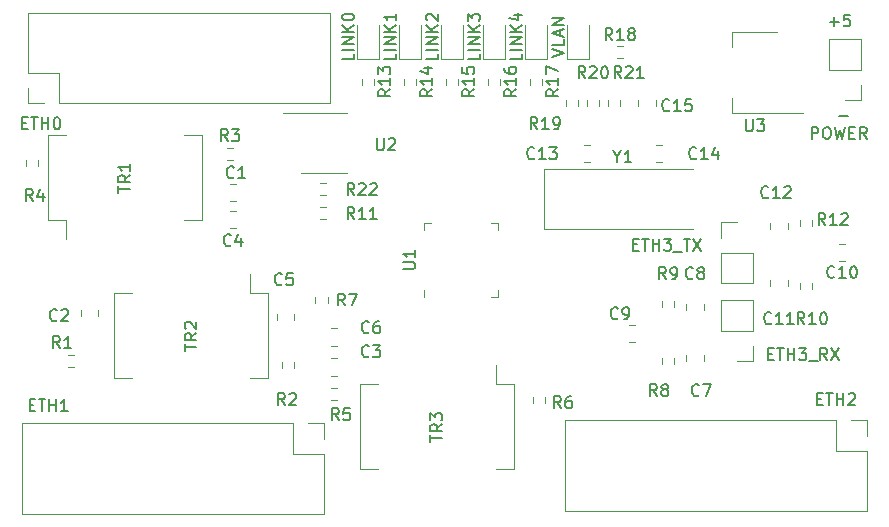
<source format=gbr>
G04 #@! TF.GenerationSoftware,KiCad,Pcbnew,5.1.5+dfsg1-2build2*
G04 #@! TF.CreationDate,2020-11-09T15:48:52+03:00*
G04 #@! TF.ProjectId,ip175,69703137-352e-46b6-9963-61645f706362,rev?*
G04 #@! TF.SameCoordinates,Original*
G04 #@! TF.FileFunction,Legend,Top*
G04 #@! TF.FilePolarity,Positive*
%FSLAX46Y46*%
G04 Gerber Fmt 4.6, Leading zero omitted, Abs format (unit mm)*
G04 Created by KiCad (PCBNEW 5.1.5+dfsg1-2build2) date 2020-11-09 15:48:52*
%MOMM*%
%LPD*%
G04 APERTURE LIST*
%ADD10C,0.150000*%
%ADD11C,0.120000*%
G04 APERTURE END LIST*
D10*
X199104357Y-67063928D02*
X199866261Y-67063928D01*
X199485309Y-67444880D02*
X199485309Y-66682976D01*
X200818642Y-66444880D02*
X200342452Y-66444880D01*
X200294833Y-66921071D01*
X200342452Y-66873452D01*
X200437690Y-66825833D01*
X200675785Y-66825833D01*
X200771023Y-66873452D01*
X200818642Y-66921071D01*
X200866261Y-67016309D01*
X200866261Y-67254404D01*
X200818642Y-67349642D01*
X200771023Y-67397261D01*
X200675785Y-67444880D01*
X200437690Y-67444880D01*
X200342452Y-67397261D01*
X200294833Y-67349642D01*
X199898047Y-75001428D02*
X200659952Y-75001428D01*
D11*
X156778000Y-73974000D02*
X156778000Y-66294000D01*
X133858000Y-73974000D02*
X156778000Y-73974000D01*
X131318000Y-66294000D02*
X156778000Y-66294000D01*
X133858000Y-73974000D02*
X133858000Y-71374000D01*
X133858000Y-71374000D02*
X131258000Y-71374000D01*
X131258000Y-71374000D02*
X131258000Y-66294000D01*
X132588000Y-73974000D02*
X131258000Y-73974000D01*
X131258000Y-73974000D02*
X131258000Y-72644000D01*
X134421000Y-85464000D02*
X134421000Y-83864000D01*
X134421000Y-83864000D02*
X132896000Y-83864000D01*
X132896000Y-83864000D02*
X132896000Y-76664000D01*
X132896000Y-76664000D02*
X134421000Y-76664000D01*
X144471000Y-83864000D02*
X145996000Y-83864000D01*
X145996000Y-83864000D02*
X145996000Y-76664000D01*
X145996000Y-76664000D02*
X144471000Y-76664000D01*
X176724000Y-100778000D02*
X176724000Y-108458000D01*
X199644000Y-100778000D02*
X176724000Y-100778000D01*
X202184000Y-108458000D02*
X176724000Y-108458000D01*
X199644000Y-100778000D02*
X199644000Y-103378000D01*
X199644000Y-103378000D02*
X202244000Y-103378000D01*
X202244000Y-103378000D02*
X202244000Y-108458000D01*
X200914000Y-100778000D02*
X202244000Y-100778000D01*
X202244000Y-100778000D02*
X202244000Y-102108000D01*
X130750000Y-101032000D02*
X130750000Y-108712000D01*
X153670000Y-101032000D02*
X130750000Y-101032000D01*
X156210000Y-108712000D02*
X130750000Y-108712000D01*
X153670000Y-101032000D02*
X153670000Y-103632000D01*
X153670000Y-103632000D02*
X156270000Y-103632000D01*
X156270000Y-103632000D02*
X156270000Y-108712000D01*
X154940000Y-101032000D02*
X156270000Y-101032000D01*
X156270000Y-101032000D02*
X156270000Y-102362000D01*
X187510000Y-79492000D02*
X174910000Y-79492000D01*
X174910000Y-79492000D02*
X174910000Y-84592000D01*
X174910000Y-84592000D02*
X187510000Y-84592000D01*
X190876000Y-67964000D02*
X190876000Y-69224000D01*
X190876000Y-74784000D02*
X190876000Y-73524000D01*
X194636000Y-67964000D02*
X190876000Y-67964000D01*
X196886000Y-74784000D02*
X190876000Y-74784000D01*
X156303000Y-79871000D02*
X158253000Y-79871000D01*
X156303000Y-79871000D02*
X154353000Y-79871000D01*
X156303000Y-74751000D02*
X158253000Y-74751000D01*
X156303000Y-74751000D02*
X152853000Y-74751000D01*
X164785000Y-84654100D02*
X164785000Y-84104100D01*
X164785000Y-84104100D02*
X165335000Y-84104100D01*
X171005000Y-89774100D02*
X171005000Y-90324100D01*
X171005000Y-90324100D02*
X170455000Y-90324100D01*
X171005000Y-84654100D02*
X171005000Y-84104100D01*
X171005000Y-84104100D02*
X170455000Y-84104100D01*
X164785000Y-89774100D02*
X164785000Y-90324100D01*
X170887000Y-96146000D02*
X170887000Y-97746000D01*
X170887000Y-97746000D02*
X172412000Y-97746000D01*
X172412000Y-97746000D02*
X172412000Y-104946000D01*
X172412000Y-104946000D02*
X170887000Y-104946000D01*
X160837000Y-97746000D02*
X159312000Y-97746000D01*
X159312000Y-97746000D02*
X159312000Y-104946000D01*
X159312000Y-104946000D02*
X160837000Y-104946000D01*
X150078100Y-88436300D02*
X150078100Y-90036300D01*
X150078100Y-90036300D02*
X151603100Y-90036300D01*
X151603100Y-90036300D02*
X151603100Y-97236300D01*
X151603100Y-97236300D02*
X150078100Y-97236300D01*
X140028100Y-90036300D02*
X138503100Y-90036300D01*
X138503100Y-90036300D02*
X138503100Y-97236300D01*
X138503100Y-97236300D02*
X140028100Y-97236300D01*
X155987576Y-80709900D02*
X156497024Y-80709900D01*
X155987576Y-81754900D02*
X156497024Y-81754900D01*
X181370500Y-73659276D02*
X181370500Y-74168724D01*
X180325500Y-73659276D02*
X180325500Y-74168724D01*
X179592500Y-73659276D02*
X179592500Y-74168724D01*
X178547500Y-73659276D02*
X178547500Y-74168724D01*
X177814500Y-73659276D02*
X177814500Y-74168724D01*
X176769500Y-73659276D02*
X176769500Y-74168724D01*
X181101276Y-69073500D02*
X181610724Y-69073500D01*
X181101276Y-70118500D02*
X181610724Y-70118500D01*
X174766500Y-71881276D02*
X174766500Y-72390724D01*
X173721500Y-71881276D02*
X173721500Y-72390724D01*
X171210500Y-71881276D02*
X171210500Y-72390724D01*
X170165500Y-71881276D02*
X170165500Y-72390724D01*
X167654500Y-71881276D02*
X167654500Y-72390724D01*
X166609500Y-71881276D02*
X166609500Y-72390724D01*
X164098500Y-71881276D02*
X164098500Y-72390724D01*
X163053500Y-71881276D02*
X163053500Y-72390724D01*
X160542500Y-71881276D02*
X160542500Y-72390724D01*
X159497500Y-71881276D02*
X159497500Y-72390724D01*
X196581500Y-84328724D02*
X196581500Y-83819276D01*
X197626500Y-84328724D02*
X197626500Y-83819276D01*
X155987576Y-82741900D02*
X156497024Y-82741900D01*
X155987576Y-83786900D02*
X156497024Y-83786900D01*
X197626500Y-89153276D02*
X197626500Y-89662724D01*
X196581500Y-89153276D02*
X196581500Y-89662724D01*
X184897500Y-91186724D02*
X184897500Y-90677276D01*
X185942500Y-91186724D02*
X185942500Y-90677276D01*
X185942500Y-95503276D02*
X185942500Y-96012724D01*
X184897500Y-95503276D02*
X184897500Y-96012724D01*
X155583700Y-90880924D02*
X155583700Y-90371476D01*
X156628700Y-90880924D02*
X156628700Y-90371476D01*
X175020500Y-98805276D02*
X175020500Y-99314724D01*
X173975500Y-98805276D02*
X173975500Y-99314724D01*
X156869476Y-99087800D02*
X157378924Y-99087800D01*
X156869476Y-98042800D02*
X157378924Y-98042800D01*
X131049500Y-79248724D02*
X131049500Y-78739276D01*
X132094500Y-79248724D02*
X132094500Y-78739276D01*
X148590724Y-78754500D02*
X148081276Y-78754500D01*
X148590724Y-77709500D02*
X148081276Y-77709500D01*
X153801300Y-95897076D02*
X153801300Y-96406524D01*
X152756300Y-95897076D02*
X152756300Y-96406524D01*
X134653876Y-95260300D02*
X135163324Y-95260300D01*
X134653876Y-96305300D02*
X135163324Y-96305300D01*
X201736000Y-68520000D02*
X199076000Y-68520000D01*
X201736000Y-71120000D02*
X201736000Y-68520000D01*
X199076000Y-71120000D02*
X199076000Y-68520000D01*
X201736000Y-71120000D02*
X199076000Y-71120000D01*
X201736000Y-72390000D02*
X201736000Y-73720000D01*
X201736000Y-73720000D02*
X200406000Y-73720000D01*
X189932000Y-89214000D02*
X192592000Y-89214000D01*
X189932000Y-86614000D02*
X189932000Y-89214000D01*
X192592000Y-86614000D02*
X192592000Y-89214000D01*
X189932000Y-86614000D02*
X192592000Y-86614000D01*
X189932000Y-85344000D02*
X189932000Y-84014000D01*
X189932000Y-84014000D02*
X191262000Y-84014000D01*
X192592000Y-90618000D02*
X189932000Y-90618000D01*
X192592000Y-93218000D02*
X192592000Y-90618000D01*
X189932000Y-93218000D02*
X189932000Y-90618000D01*
X192592000Y-93218000D02*
X189932000Y-93218000D01*
X192592000Y-94488000D02*
X192592000Y-95818000D01*
X192592000Y-95818000D02*
X191262000Y-95818000D01*
X176840000Y-67326000D02*
X176840000Y-70186000D01*
X176840000Y-70186000D02*
X178760000Y-70186000D01*
X178760000Y-70186000D02*
X178760000Y-67326000D01*
X173284000Y-67326000D02*
X173284000Y-70186000D01*
X173284000Y-70186000D02*
X175204000Y-70186000D01*
X175204000Y-70186000D02*
X175204000Y-67326000D01*
X169728000Y-67326000D02*
X169728000Y-70186000D01*
X169728000Y-70186000D02*
X171648000Y-70186000D01*
X171648000Y-70186000D02*
X171648000Y-67326000D01*
X168092000Y-70186000D02*
X168092000Y-67326000D01*
X166172000Y-70186000D02*
X168092000Y-70186000D01*
X166172000Y-67326000D02*
X166172000Y-70186000D01*
X164536000Y-70186000D02*
X164536000Y-67326000D01*
X162616000Y-70186000D02*
X164536000Y-70186000D01*
X162616000Y-67326000D02*
X162616000Y-70186000D01*
X160980000Y-70186000D02*
X160980000Y-67326000D01*
X159060000Y-70186000D02*
X160980000Y-70186000D01*
X159060000Y-67326000D02*
X159060000Y-70186000D01*
X182907000Y-74175252D02*
X182907000Y-73652748D01*
X184377000Y-74175252D02*
X184377000Y-73652748D01*
X184919252Y-77497000D02*
X184396748Y-77497000D01*
X184919252Y-78967000D02*
X184396748Y-78967000D01*
X178300748Y-77497000D02*
X178823252Y-77497000D01*
X178300748Y-78967000D02*
X178823252Y-78967000D01*
X195553000Y-84066748D02*
X195553000Y-84589252D01*
X194083000Y-84066748D02*
X194083000Y-84589252D01*
X194083000Y-89415252D02*
X194083000Y-88892748D01*
X195553000Y-89415252D02*
X195553000Y-88892748D01*
X200413252Y-87349000D02*
X199890748Y-87349000D01*
X200413252Y-85879000D02*
X199890748Y-85879000D01*
X182110748Y-92737000D02*
X182633252Y-92737000D01*
X182110748Y-94207000D02*
X182633252Y-94207000D01*
X188441000Y-90924748D02*
X188441000Y-91447252D01*
X186971000Y-90924748D02*
X186971000Y-91447252D01*
X188441000Y-95242748D02*
X188441000Y-95765252D01*
X186971000Y-95242748D02*
X186971000Y-95765252D01*
X157385452Y-94474300D02*
X156862948Y-94474300D01*
X157385452Y-93004300D02*
X156862948Y-93004300D01*
X152289800Y-92349052D02*
X152289800Y-91826548D01*
X153759800Y-92349052D02*
X153759800Y-91826548D01*
X148328748Y-83085000D02*
X148851252Y-83085000D01*
X148328748Y-84555000D02*
X148851252Y-84555000D01*
X157385452Y-97014300D02*
X156862948Y-97014300D01*
X157385452Y-95544300D02*
X156862948Y-95544300D01*
X135697600Y-91980052D02*
X135697600Y-91457548D01*
X137167600Y-91980052D02*
X137167600Y-91457548D01*
X148328748Y-80799000D02*
X148851252Y-80799000D01*
X148328748Y-82269000D02*
X148851252Y-82269000D01*
D10*
X130738761Y-75620571D02*
X131072095Y-75620571D01*
X131214952Y-76144380D02*
X130738761Y-76144380D01*
X130738761Y-75144380D01*
X131214952Y-75144380D01*
X131500666Y-75144380D02*
X132072095Y-75144380D01*
X131786380Y-76144380D02*
X131786380Y-75144380D01*
X132405428Y-76144380D02*
X132405428Y-75144380D01*
X132405428Y-75620571D02*
X132976857Y-75620571D01*
X132976857Y-76144380D02*
X132976857Y-75144380D01*
X133643523Y-75144380D02*
X133738761Y-75144380D01*
X133834000Y-75192000D01*
X133881619Y-75239619D01*
X133929238Y-75334857D01*
X133976857Y-75525333D01*
X133976857Y-75763428D01*
X133929238Y-75953904D01*
X133881619Y-76049142D01*
X133834000Y-76096761D01*
X133738761Y-76144380D01*
X133643523Y-76144380D01*
X133548285Y-76096761D01*
X133500666Y-76049142D01*
X133453047Y-75953904D01*
X133405428Y-75763428D01*
X133405428Y-75525333D01*
X133453047Y-75334857D01*
X133500666Y-75239619D01*
X133548285Y-75192000D01*
X133643523Y-75144380D01*
X138898380Y-81525904D02*
X138898380Y-80954476D01*
X139898380Y-81240190D02*
X138898380Y-81240190D01*
X139898380Y-80049714D02*
X139422190Y-80383047D01*
X139898380Y-80621142D02*
X138898380Y-80621142D01*
X138898380Y-80240190D01*
X138946000Y-80144952D01*
X138993619Y-80097333D01*
X139088857Y-80049714D01*
X139231714Y-80049714D01*
X139326952Y-80097333D01*
X139374571Y-80144952D01*
X139422190Y-80240190D01*
X139422190Y-80621142D01*
X139898380Y-79097333D02*
X139898380Y-79668761D01*
X139898380Y-79383047D02*
X138898380Y-79383047D01*
X139041238Y-79478285D01*
X139136476Y-79573523D01*
X139184095Y-79668761D01*
X198048761Y-98988571D02*
X198382095Y-98988571D01*
X198524952Y-99512380D02*
X198048761Y-99512380D01*
X198048761Y-98512380D01*
X198524952Y-98512380D01*
X198810666Y-98512380D02*
X199382095Y-98512380D01*
X199096380Y-99512380D02*
X199096380Y-98512380D01*
X199715428Y-99512380D02*
X199715428Y-98512380D01*
X199715428Y-98988571D02*
X200286857Y-98988571D01*
X200286857Y-99512380D02*
X200286857Y-98512380D01*
X200715428Y-98607619D02*
X200763047Y-98560000D01*
X200858285Y-98512380D01*
X201096380Y-98512380D01*
X201191619Y-98560000D01*
X201239238Y-98607619D01*
X201286857Y-98702857D01*
X201286857Y-98798095D01*
X201239238Y-98940952D01*
X200667809Y-99512380D01*
X201286857Y-99512380D01*
X131373761Y-99496571D02*
X131707095Y-99496571D01*
X131849952Y-100020380D02*
X131373761Y-100020380D01*
X131373761Y-99020380D01*
X131849952Y-99020380D01*
X132135666Y-99020380D02*
X132707095Y-99020380D01*
X132421380Y-100020380D02*
X132421380Y-99020380D01*
X133040428Y-100020380D02*
X133040428Y-99020380D01*
X133040428Y-99496571D02*
X133611857Y-99496571D01*
X133611857Y-100020380D02*
X133611857Y-99020380D01*
X134611857Y-100020380D02*
X134040428Y-100020380D01*
X134326142Y-100020380D02*
X134326142Y-99020380D01*
X134230904Y-99163238D01*
X134135666Y-99258476D01*
X134040428Y-99306095D01*
X181133809Y-78468190D02*
X181133809Y-78944380D01*
X180800476Y-77944380D02*
X181133809Y-78468190D01*
X181467142Y-77944380D01*
X182324285Y-78944380D02*
X181752857Y-78944380D01*
X182038571Y-78944380D02*
X182038571Y-77944380D01*
X181943333Y-78087238D01*
X181848095Y-78182476D01*
X181752857Y-78230095D01*
X192024095Y-75326380D02*
X192024095Y-76135904D01*
X192071714Y-76231142D01*
X192119333Y-76278761D01*
X192214571Y-76326380D01*
X192405047Y-76326380D01*
X192500285Y-76278761D01*
X192547904Y-76231142D01*
X192595523Y-76135904D01*
X192595523Y-75326380D01*
X192976476Y-75326380D02*
X193595523Y-75326380D01*
X193262190Y-75707333D01*
X193405047Y-75707333D01*
X193500285Y-75754952D01*
X193547904Y-75802571D01*
X193595523Y-75897809D01*
X193595523Y-76135904D01*
X193547904Y-76231142D01*
X193500285Y-76278761D01*
X193405047Y-76326380D01*
X193119333Y-76326380D01*
X193024095Y-76278761D01*
X192976476Y-76231142D01*
X160782095Y-76922380D02*
X160782095Y-77731904D01*
X160829714Y-77827142D01*
X160877333Y-77874761D01*
X160972571Y-77922380D01*
X161163047Y-77922380D01*
X161258285Y-77874761D01*
X161305904Y-77827142D01*
X161353523Y-77731904D01*
X161353523Y-76922380D01*
X161782095Y-77017619D02*
X161829714Y-76970000D01*
X161924952Y-76922380D01*
X162163047Y-76922380D01*
X162258285Y-76970000D01*
X162305904Y-77017619D01*
X162353523Y-77112857D01*
X162353523Y-77208095D01*
X162305904Y-77350952D01*
X161734476Y-77922380D01*
X162353523Y-77922380D01*
X163027380Y-87976004D02*
X163836904Y-87976004D01*
X163932142Y-87928385D01*
X163979761Y-87880766D01*
X164027380Y-87785528D01*
X164027380Y-87595052D01*
X163979761Y-87499814D01*
X163932142Y-87452195D01*
X163836904Y-87404576D01*
X163027380Y-87404576D01*
X164027380Y-86404576D02*
X164027380Y-86976004D01*
X164027380Y-86690290D02*
X163027380Y-86690290D01*
X163170238Y-86785528D01*
X163265476Y-86880766D01*
X163313095Y-86976004D01*
X165314380Y-102607904D02*
X165314380Y-102036476D01*
X166314380Y-102322190D02*
X165314380Y-102322190D01*
X166314380Y-101131714D02*
X165838190Y-101465047D01*
X166314380Y-101703142D02*
X165314380Y-101703142D01*
X165314380Y-101322190D01*
X165362000Y-101226952D01*
X165409619Y-101179333D01*
X165504857Y-101131714D01*
X165647714Y-101131714D01*
X165742952Y-101179333D01*
X165790571Y-101226952D01*
X165838190Y-101322190D01*
X165838190Y-101703142D01*
X165314380Y-100798380D02*
X165314380Y-100179333D01*
X165695333Y-100512666D01*
X165695333Y-100369809D01*
X165742952Y-100274571D01*
X165790571Y-100226952D01*
X165885809Y-100179333D01*
X166123904Y-100179333D01*
X166219142Y-100226952D01*
X166266761Y-100274571D01*
X166314380Y-100369809D01*
X166314380Y-100655523D01*
X166266761Y-100750761D01*
X166219142Y-100798380D01*
X144505480Y-94898204D02*
X144505480Y-94326776D01*
X145505480Y-94612490D02*
X144505480Y-94612490D01*
X145505480Y-93422014D02*
X145029290Y-93755347D01*
X145505480Y-93993442D02*
X144505480Y-93993442D01*
X144505480Y-93612490D01*
X144553100Y-93517252D01*
X144600719Y-93469633D01*
X144695957Y-93422014D01*
X144838814Y-93422014D01*
X144934052Y-93469633D01*
X144981671Y-93517252D01*
X145029290Y-93612490D01*
X145029290Y-93993442D01*
X144600719Y-93041061D02*
X144553100Y-92993442D01*
X144505480Y-92898204D01*
X144505480Y-92660109D01*
X144553100Y-92564871D01*
X144600719Y-92517252D01*
X144695957Y-92469633D01*
X144791195Y-92469633D01*
X144934052Y-92517252D01*
X145505480Y-93088680D01*
X145505480Y-92469633D01*
X158869142Y-81732380D02*
X158535809Y-81256190D01*
X158297714Y-81732380D02*
X158297714Y-80732380D01*
X158678666Y-80732380D01*
X158773904Y-80780000D01*
X158821523Y-80827619D01*
X158869142Y-80922857D01*
X158869142Y-81065714D01*
X158821523Y-81160952D01*
X158773904Y-81208571D01*
X158678666Y-81256190D01*
X158297714Y-81256190D01*
X159250095Y-80827619D02*
X159297714Y-80780000D01*
X159392952Y-80732380D01*
X159631047Y-80732380D01*
X159726285Y-80780000D01*
X159773904Y-80827619D01*
X159821523Y-80922857D01*
X159821523Y-81018095D01*
X159773904Y-81160952D01*
X159202476Y-81732380D01*
X159821523Y-81732380D01*
X160202476Y-80827619D02*
X160250095Y-80780000D01*
X160345333Y-80732380D01*
X160583428Y-80732380D01*
X160678666Y-80780000D01*
X160726285Y-80827619D01*
X160773904Y-80922857D01*
X160773904Y-81018095D01*
X160726285Y-81160952D01*
X160154857Y-81732380D01*
X160773904Y-81732380D01*
X181475142Y-71826380D02*
X181141809Y-71350190D01*
X180903714Y-71826380D02*
X180903714Y-70826380D01*
X181284666Y-70826380D01*
X181379904Y-70874000D01*
X181427523Y-70921619D01*
X181475142Y-71016857D01*
X181475142Y-71159714D01*
X181427523Y-71254952D01*
X181379904Y-71302571D01*
X181284666Y-71350190D01*
X180903714Y-71350190D01*
X181856095Y-70921619D02*
X181903714Y-70874000D01*
X181998952Y-70826380D01*
X182237047Y-70826380D01*
X182332285Y-70874000D01*
X182379904Y-70921619D01*
X182427523Y-71016857D01*
X182427523Y-71112095D01*
X182379904Y-71254952D01*
X181808476Y-71826380D01*
X182427523Y-71826380D01*
X183379904Y-71826380D02*
X182808476Y-71826380D01*
X183094190Y-71826380D02*
X183094190Y-70826380D01*
X182998952Y-70969238D01*
X182903714Y-71064476D01*
X182808476Y-71112095D01*
X178427142Y-71826380D02*
X178093809Y-71350190D01*
X177855714Y-71826380D02*
X177855714Y-70826380D01*
X178236666Y-70826380D01*
X178331904Y-70874000D01*
X178379523Y-70921619D01*
X178427142Y-71016857D01*
X178427142Y-71159714D01*
X178379523Y-71254952D01*
X178331904Y-71302571D01*
X178236666Y-71350190D01*
X177855714Y-71350190D01*
X178808095Y-70921619D02*
X178855714Y-70874000D01*
X178950952Y-70826380D01*
X179189047Y-70826380D01*
X179284285Y-70874000D01*
X179331904Y-70921619D01*
X179379523Y-71016857D01*
X179379523Y-71112095D01*
X179331904Y-71254952D01*
X178760476Y-71826380D01*
X179379523Y-71826380D01*
X179998571Y-70826380D02*
X180093809Y-70826380D01*
X180189047Y-70874000D01*
X180236666Y-70921619D01*
X180284285Y-71016857D01*
X180331904Y-71207333D01*
X180331904Y-71445428D01*
X180284285Y-71635904D01*
X180236666Y-71731142D01*
X180189047Y-71778761D01*
X180093809Y-71826380D01*
X179998571Y-71826380D01*
X179903333Y-71778761D01*
X179855714Y-71731142D01*
X179808095Y-71635904D01*
X179760476Y-71445428D01*
X179760476Y-71207333D01*
X179808095Y-71016857D01*
X179855714Y-70921619D01*
X179903333Y-70874000D01*
X179998571Y-70826380D01*
X174363142Y-76144380D02*
X174029809Y-75668190D01*
X173791714Y-76144380D02*
X173791714Y-75144380D01*
X174172666Y-75144380D01*
X174267904Y-75192000D01*
X174315523Y-75239619D01*
X174363142Y-75334857D01*
X174363142Y-75477714D01*
X174315523Y-75572952D01*
X174267904Y-75620571D01*
X174172666Y-75668190D01*
X173791714Y-75668190D01*
X175315523Y-76144380D02*
X174744095Y-76144380D01*
X175029809Y-76144380D02*
X175029809Y-75144380D01*
X174934571Y-75287238D01*
X174839333Y-75382476D01*
X174744095Y-75430095D01*
X175791714Y-76144380D02*
X175982190Y-76144380D01*
X176077428Y-76096761D01*
X176125047Y-76049142D01*
X176220285Y-75906285D01*
X176267904Y-75715809D01*
X176267904Y-75334857D01*
X176220285Y-75239619D01*
X176172666Y-75192000D01*
X176077428Y-75144380D01*
X175886952Y-75144380D01*
X175791714Y-75192000D01*
X175744095Y-75239619D01*
X175696476Y-75334857D01*
X175696476Y-75572952D01*
X175744095Y-75668190D01*
X175791714Y-75715809D01*
X175886952Y-75763428D01*
X176077428Y-75763428D01*
X176172666Y-75715809D01*
X176220285Y-75668190D01*
X176267904Y-75572952D01*
X180713142Y-68618380D02*
X180379809Y-68142190D01*
X180141714Y-68618380D02*
X180141714Y-67618380D01*
X180522666Y-67618380D01*
X180617904Y-67666000D01*
X180665523Y-67713619D01*
X180713142Y-67808857D01*
X180713142Y-67951714D01*
X180665523Y-68046952D01*
X180617904Y-68094571D01*
X180522666Y-68142190D01*
X180141714Y-68142190D01*
X181665523Y-68618380D02*
X181094095Y-68618380D01*
X181379809Y-68618380D02*
X181379809Y-67618380D01*
X181284571Y-67761238D01*
X181189333Y-67856476D01*
X181094095Y-67904095D01*
X182236952Y-68046952D02*
X182141714Y-67999333D01*
X182094095Y-67951714D01*
X182046476Y-67856476D01*
X182046476Y-67808857D01*
X182094095Y-67713619D01*
X182141714Y-67666000D01*
X182236952Y-67618380D01*
X182427428Y-67618380D01*
X182522666Y-67666000D01*
X182570285Y-67713619D01*
X182617904Y-67808857D01*
X182617904Y-67856476D01*
X182570285Y-67951714D01*
X182522666Y-67999333D01*
X182427428Y-68046952D01*
X182236952Y-68046952D01*
X182141714Y-68094571D01*
X182094095Y-68142190D01*
X182046476Y-68237428D01*
X182046476Y-68427904D01*
X182094095Y-68523142D01*
X182141714Y-68570761D01*
X182236952Y-68618380D01*
X182427428Y-68618380D01*
X182522666Y-68570761D01*
X182570285Y-68523142D01*
X182617904Y-68427904D01*
X182617904Y-68237428D01*
X182570285Y-68142190D01*
X182522666Y-68094571D01*
X182427428Y-68046952D01*
X176126380Y-72778857D02*
X175650190Y-73112190D01*
X176126380Y-73350285D02*
X175126380Y-73350285D01*
X175126380Y-72969333D01*
X175174000Y-72874095D01*
X175221619Y-72826476D01*
X175316857Y-72778857D01*
X175459714Y-72778857D01*
X175554952Y-72826476D01*
X175602571Y-72874095D01*
X175650190Y-72969333D01*
X175650190Y-73350285D01*
X176126380Y-71826476D02*
X176126380Y-72397904D01*
X176126380Y-72112190D02*
X175126380Y-72112190D01*
X175269238Y-72207428D01*
X175364476Y-72302666D01*
X175412095Y-72397904D01*
X175126380Y-71493142D02*
X175126380Y-70826476D01*
X176126380Y-71255047D01*
X172570380Y-72778857D02*
X172094190Y-73112190D01*
X172570380Y-73350285D02*
X171570380Y-73350285D01*
X171570380Y-72969333D01*
X171618000Y-72874095D01*
X171665619Y-72826476D01*
X171760857Y-72778857D01*
X171903714Y-72778857D01*
X171998952Y-72826476D01*
X172046571Y-72874095D01*
X172094190Y-72969333D01*
X172094190Y-73350285D01*
X172570380Y-71826476D02*
X172570380Y-72397904D01*
X172570380Y-72112190D02*
X171570380Y-72112190D01*
X171713238Y-72207428D01*
X171808476Y-72302666D01*
X171856095Y-72397904D01*
X171570380Y-70969333D02*
X171570380Y-71159809D01*
X171618000Y-71255047D01*
X171665619Y-71302666D01*
X171808476Y-71397904D01*
X171998952Y-71445523D01*
X172379904Y-71445523D01*
X172475142Y-71397904D01*
X172522761Y-71350285D01*
X172570380Y-71255047D01*
X172570380Y-71064571D01*
X172522761Y-70969333D01*
X172475142Y-70921714D01*
X172379904Y-70874095D01*
X172141809Y-70874095D01*
X172046571Y-70921714D01*
X171998952Y-70969333D01*
X171951333Y-71064571D01*
X171951333Y-71255047D01*
X171998952Y-71350285D01*
X172046571Y-71397904D01*
X172141809Y-71445523D01*
X169014380Y-72778857D02*
X168538190Y-73112190D01*
X169014380Y-73350285D02*
X168014380Y-73350285D01*
X168014380Y-72969333D01*
X168062000Y-72874095D01*
X168109619Y-72826476D01*
X168204857Y-72778857D01*
X168347714Y-72778857D01*
X168442952Y-72826476D01*
X168490571Y-72874095D01*
X168538190Y-72969333D01*
X168538190Y-73350285D01*
X169014380Y-71826476D02*
X169014380Y-72397904D01*
X169014380Y-72112190D02*
X168014380Y-72112190D01*
X168157238Y-72207428D01*
X168252476Y-72302666D01*
X168300095Y-72397904D01*
X168014380Y-70921714D02*
X168014380Y-71397904D01*
X168490571Y-71445523D01*
X168442952Y-71397904D01*
X168395333Y-71302666D01*
X168395333Y-71064571D01*
X168442952Y-70969333D01*
X168490571Y-70921714D01*
X168585809Y-70874095D01*
X168823904Y-70874095D01*
X168919142Y-70921714D01*
X168966761Y-70969333D01*
X169014380Y-71064571D01*
X169014380Y-71302666D01*
X168966761Y-71397904D01*
X168919142Y-71445523D01*
X165458380Y-72778857D02*
X164982190Y-73112190D01*
X165458380Y-73350285D02*
X164458380Y-73350285D01*
X164458380Y-72969333D01*
X164506000Y-72874095D01*
X164553619Y-72826476D01*
X164648857Y-72778857D01*
X164791714Y-72778857D01*
X164886952Y-72826476D01*
X164934571Y-72874095D01*
X164982190Y-72969333D01*
X164982190Y-73350285D01*
X165458380Y-71826476D02*
X165458380Y-72397904D01*
X165458380Y-72112190D02*
X164458380Y-72112190D01*
X164601238Y-72207428D01*
X164696476Y-72302666D01*
X164744095Y-72397904D01*
X164791714Y-70969333D02*
X165458380Y-70969333D01*
X164410761Y-71207428D02*
X165125047Y-71445523D01*
X165125047Y-70826476D01*
X161902380Y-72778857D02*
X161426190Y-73112190D01*
X161902380Y-73350285D02*
X160902380Y-73350285D01*
X160902380Y-72969333D01*
X160950000Y-72874095D01*
X160997619Y-72826476D01*
X161092857Y-72778857D01*
X161235714Y-72778857D01*
X161330952Y-72826476D01*
X161378571Y-72874095D01*
X161426190Y-72969333D01*
X161426190Y-73350285D01*
X161902380Y-71826476D02*
X161902380Y-72397904D01*
X161902380Y-72112190D02*
X160902380Y-72112190D01*
X161045238Y-72207428D01*
X161140476Y-72302666D01*
X161188095Y-72397904D01*
X160902380Y-71493142D02*
X160902380Y-70874095D01*
X161283333Y-71207428D01*
X161283333Y-71064571D01*
X161330952Y-70969333D01*
X161378571Y-70921714D01*
X161473809Y-70874095D01*
X161711904Y-70874095D01*
X161807142Y-70921714D01*
X161854761Y-70969333D01*
X161902380Y-71064571D01*
X161902380Y-71350285D01*
X161854761Y-71445523D01*
X161807142Y-71493142D01*
X198747142Y-84272380D02*
X198413809Y-83796190D01*
X198175714Y-84272380D02*
X198175714Y-83272380D01*
X198556666Y-83272380D01*
X198651904Y-83320000D01*
X198699523Y-83367619D01*
X198747142Y-83462857D01*
X198747142Y-83605714D01*
X198699523Y-83700952D01*
X198651904Y-83748571D01*
X198556666Y-83796190D01*
X198175714Y-83796190D01*
X199699523Y-84272380D02*
X199128095Y-84272380D01*
X199413809Y-84272380D02*
X199413809Y-83272380D01*
X199318571Y-83415238D01*
X199223333Y-83510476D01*
X199128095Y-83558095D01*
X200080476Y-83367619D02*
X200128095Y-83320000D01*
X200223333Y-83272380D01*
X200461428Y-83272380D01*
X200556666Y-83320000D01*
X200604285Y-83367619D01*
X200651904Y-83462857D01*
X200651904Y-83558095D01*
X200604285Y-83700952D01*
X200032857Y-84272380D01*
X200651904Y-84272380D01*
X158869142Y-83764380D02*
X158535809Y-83288190D01*
X158297714Y-83764380D02*
X158297714Y-82764380D01*
X158678666Y-82764380D01*
X158773904Y-82812000D01*
X158821523Y-82859619D01*
X158869142Y-82954857D01*
X158869142Y-83097714D01*
X158821523Y-83192952D01*
X158773904Y-83240571D01*
X158678666Y-83288190D01*
X158297714Y-83288190D01*
X159821523Y-83764380D02*
X159250095Y-83764380D01*
X159535809Y-83764380D02*
X159535809Y-82764380D01*
X159440571Y-82907238D01*
X159345333Y-83002476D01*
X159250095Y-83050095D01*
X160773904Y-83764380D02*
X160202476Y-83764380D01*
X160488190Y-83764380D02*
X160488190Y-82764380D01*
X160392952Y-82907238D01*
X160297714Y-83002476D01*
X160202476Y-83050095D01*
X196969142Y-92654380D02*
X196635809Y-92178190D01*
X196397714Y-92654380D02*
X196397714Y-91654380D01*
X196778666Y-91654380D01*
X196873904Y-91702000D01*
X196921523Y-91749619D01*
X196969142Y-91844857D01*
X196969142Y-91987714D01*
X196921523Y-92082952D01*
X196873904Y-92130571D01*
X196778666Y-92178190D01*
X196397714Y-92178190D01*
X197921523Y-92654380D02*
X197350095Y-92654380D01*
X197635809Y-92654380D02*
X197635809Y-91654380D01*
X197540571Y-91797238D01*
X197445333Y-91892476D01*
X197350095Y-91940095D01*
X198540571Y-91654380D02*
X198635809Y-91654380D01*
X198731047Y-91702000D01*
X198778666Y-91749619D01*
X198826285Y-91844857D01*
X198873904Y-92035333D01*
X198873904Y-92273428D01*
X198826285Y-92463904D01*
X198778666Y-92559142D01*
X198731047Y-92606761D01*
X198635809Y-92654380D01*
X198540571Y-92654380D01*
X198445333Y-92606761D01*
X198397714Y-92559142D01*
X198350095Y-92463904D01*
X198302476Y-92273428D01*
X198302476Y-92035333D01*
X198350095Y-91844857D01*
X198397714Y-91749619D01*
X198445333Y-91702000D01*
X198540571Y-91654380D01*
X185253333Y-88844380D02*
X184920000Y-88368190D01*
X184681904Y-88844380D02*
X184681904Y-87844380D01*
X185062857Y-87844380D01*
X185158095Y-87892000D01*
X185205714Y-87939619D01*
X185253333Y-88034857D01*
X185253333Y-88177714D01*
X185205714Y-88272952D01*
X185158095Y-88320571D01*
X185062857Y-88368190D01*
X184681904Y-88368190D01*
X185729523Y-88844380D02*
X185920000Y-88844380D01*
X186015238Y-88796761D01*
X186062857Y-88749142D01*
X186158095Y-88606285D01*
X186205714Y-88415809D01*
X186205714Y-88034857D01*
X186158095Y-87939619D01*
X186110476Y-87892000D01*
X186015238Y-87844380D01*
X185824761Y-87844380D01*
X185729523Y-87892000D01*
X185681904Y-87939619D01*
X185634285Y-88034857D01*
X185634285Y-88272952D01*
X185681904Y-88368190D01*
X185729523Y-88415809D01*
X185824761Y-88463428D01*
X186015238Y-88463428D01*
X186110476Y-88415809D01*
X186158095Y-88368190D01*
X186205714Y-88272952D01*
X184491333Y-98750380D02*
X184158000Y-98274190D01*
X183919904Y-98750380D02*
X183919904Y-97750380D01*
X184300857Y-97750380D01*
X184396095Y-97798000D01*
X184443714Y-97845619D01*
X184491333Y-97940857D01*
X184491333Y-98083714D01*
X184443714Y-98178952D01*
X184396095Y-98226571D01*
X184300857Y-98274190D01*
X183919904Y-98274190D01*
X185062761Y-98178952D02*
X184967523Y-98131333D01*
X184919904Y-98083714D01*
X184872285Y-97988476D01*
X184872285Y-97940857D01*
X184919904Y-97845619D01*
X184967523Y-97798000D01*
X185062761Y-97750380D01*
X185253238Y-97750380D01*
X185348476Y-97798000D01*
X185396095Y-97845619D01*
X185443714Y-97940857D01*
X185443714Y-97988476D01*
X185396095Y-98083714D01*
X185348476Y-98131333D01*
X185253238Y-98178952D01*
X185062761Y-98178952D01*
X184967523Y-98226571D01*
X184919904Y-98274190D01*
X184872285Y-98369428D01*
X184872285Y-98559904D01*
X184919904Y-98655142D01*
X184967523Y-98702761D01*
X185062761Y-98750380D01*
X185253238Y-98750380D01*
X185348476Y-98702761D01*
X185396095Y-98655142D01*
X185443714Y-98559904D01*
X185443714Y-98369428D01*
X185396095Y-98274190D01*
X185348476Y-98226571D01*
X185253238Y-98178952D01*
X158075333Y-91078580D02*
X157742000Y-90602390D01*
X157503904Y-91078580D02*
X157503904Y-90078580D01*
X157884857Y-90078580D01*
X157980095Y-90126200D01*
X158027714Y-90173819D01*
X158075333Y-90269057D01*
X158075333Y-90411914D01*
X158027714Y-90507152D01*
X157980095Y-90554771D01*
X157884857Y-90602390D01*
X157503904Y-90602390D01*
X158408666Y-90078580D02*
X159075333Y-90078580D01*
X158646761Y-91078580D01*
X176363333Y-99766380D02*
X176030000Y-99290190D01*
X175791904Y-99766380D02*
X175791904Y-98766380D01*
X176172857Y-98766380D01*
X176268095Y-98814000D01*
X176315714Y-98861619D01*
X176363333Y-98956857D01*
X176363333Y-99099714D01*
X176315714Y-99194952D01*
X176268095Y-99242571D01*
X176172857Y-99290190D01*
X175791904Y-99290190D01*
X177220476Y-98766380D02*
X177030000Y-98766380D01*
X176934761Y-98814000D01*
X176887142Y-98861619D01*
X176791904Y-99004476D01*
X176744285Y-99194952D01*
X176744285Y-99575904D01*
X176791904Y-99671142D01*
X176839523Y-99718761D01*
X176934761Y-99766380D01*
X177125238Y-99766380D01*
X177220476Y-99718761D01*
X177268095Y-99671142D01*
X177315714Y-99575904D01*
X177315714Y-99337809D01*
X177268095Y-99242571D01*
X177220476Y-99194952D01*
X177125238Y-99147333D01*
X176934761Y-99147333D01*
X176839523Y-99194952D01*
X176791904Y-99242571D01*
X176744285Y-99337809D01*
X157567333Y-100782380D02*
X157234000Y-100306190D01*
X156995904Y-100782380D02*
X156995904Y-99782380D01*
X157376857Y-99782380D01*
X157472095Y-99830000D01*
X157519714Y-99877619D01*
X157567333Y-99972857D01*
X157567333Y-100115714D01*
X157519714Y-100210952D01*
X157472095Y-100258571D01*
X157376857Y-100306190D01*
X156995904Y-100306190D01*
X158472095Y-99782380D02*
X157995904Y-99782380D01*
X157948285Y-100258571D01*
X157995904Y-100210952D01*
X158091142Y-100163333D01*
X158329238Y-100163333D01*
X158424476Y-100210952D01*
X158472095Y-100258571D01*
X158519714Y-100353809D01*
X158519714Y-100591904D01*
X158472095Y-100687142D01*
X158424476Y-100734761D01*
X158329238Y-100782380D01*
X158091142Y-100782380D01*
X157995904Y-100734761D01*
X157948285Y-100687142D01*
X131659333Y-82240380D02*
X131326000Y-81764190D01*
X131087904Y-82240380D02*
X131087904Y-81240380D01*
X131468857Y-81240380D01*
X131564095Y-81288000D01*
X131611714Y-81335619D01*
X131659333Y-81430857D01*
X131659333Y-81573714D01*
X131611714Y-81668952D01*
X131564095Y-81716571D01*
X131468857Y-81764190D01*
X131087904Y-81764190D01*
X132516476Y-81573714D02*
X132516476Y-82240380D01*
X132278380Y-81192761D02*
X132040285Y-81907047D01*
X132659333Y-81907047D01*
X148169333Y-77160380D02*
X147836000Y-76684190D01*
X147597904Y-77160380D02*
X147597904Y-76160380D01*
X147978857Y-76160380D01*
X148074095Y-76208000D01*
X148121714Y-76255619D01*
X148169333Y-76350857D01*
X148169333Y-76493714D01*
X148121714Y-76588952D01*
X148074095Y-76636571D01*
X147978857Y-76684190D01*
X147597904Y-76684190D01*
X148502666Y-76160380D02*
X149121714Y-76160380D01*
X148788380Y-76541333D01*
X148931238Y-76541333D01*
X149026476Y-76588952D01*
X149074095Y-76636571D01*
X149121714Y-76731809D01*
X149121714Y-76969904D01*
X149074095Y-77065142D01*
X149026476Y-77112761D01*
X148931238Y-77160380D01*
X148645523Y-77160380D01*
X148550285Y-77112761D01*
X148502666Y-77065142D01*
X152995333Y-99512380D02*
X152662000Y-99036190D01*
X152423904Y-99512380D02*
X152423904Y-98512380D01*
X152804857Y-98512380D01*
X152900095Y-98560000D01*
X152947714Y-98607619D01*
X152995333Y-98702857D01*
X152995333Y-98845714D01*
X152947714Y-98940952D01*
X152900095Y-98988571D01*
X152804857Y-99036190D01*
X152423904Y-99036190D01*
X153376285Y-98607619D02*
X153423904Y-98560000D01*
X153519142Y-98512380D01*
X153757238Y-98512380D01*
X153852476Y-98560000D01*
X153900095Y-98607619D01*
X153947714Y-98702857D01*
X153947714Y-98798095D01*
X153900095Y-98940952D01*
X153328666Y-99512380D01*
X153947714Y-99512380D01*
X133945333Y-94686380D02*
X133612000Y-94210190D01*
X133373904Y-94686380D02*
X133373904Y-93686380D01*
X133754857Y-93686380D01*
X133850095Y-93734000D01*
X133897714Y-93781619D01*
X133945333Y-93876857D01*
X133945333Y-94019714D01*
X133897714Y-94114952D01*
X133850095Y-94162571D01*
X133754857Y-94210190D01*
X133373904Y-94210190D01*
X134897714Y-94686380D02*
X134326285Y-94686380D01*
X134612000Y-94686380D02*
X134612000Y-93686380D01*
X134516761Y-93829238D01*
X134421523Y-93924476D01*
X134326285Y-93972095D01*
X197588476Y-76969880D02*
X197588476Y-75969880D01*
X197969428Y-75969880D01*
X198064666Y-76017500D01*
X198112285Y-76065119D01*
X198159904Y-76160357D01*
X198159904Y-76303214D01*
X198112285Y-76398452D01*
X198064666Y-76446071D01*
X197969428Y-76493690D01*
X197588476Y-76493690D01*
X198778952Y-75969880D02*
X198969428Y-75969880D01*
X199064666Y-76017500D01*
X199159904Y-76112738D01*
X199207523Y-76303214D01*
X199207523Y-76636547D01*
X199159904Y-76827023D01*
X199064666Y-76922261D01*
X198969428Y-76969880D01*
X198778952Y-76969880D01*
X198683714Y-76922261D01*
X198588476Y-76827023D01*
X198540857Y-76636547D01*
X198540857Y-76303214D01*
X198588476Y-76112738D01*
X198683714Y-76017500D01*
X198778952Y-75969880D01*
X199540857Y-75969880D02*
X199778952Y-76969880D01*
X199969428Y-76255595D01*
X200159904Y-76969880D01*
X200398000Y-75969880D01*
X200778952Y-76446071D02*
X201112285Y-76446071D01*
X201255142Y-76969880D02*
X200778952Y-76969880D01*
X200778952Y-75969880D01*
X201255142Y-75969880D01*
X202255142Y-76969880D02*
X201921809Y-76493690D01*
X201683714Y-76969880D02*
X201683714Y-75969880D01*
X202064666Y-75969880D01*
X202159904Y-76017500D01*
X202207523Y-76065119D01*
X202255142Y-76160357D01*
X202255142Y-76303214D01*
X202207523Y-76398452D01*
X202159904Y-76446071D01*
X202064666Y-76493690D01*
X201683714Y-76493690D01*
X182459666Y-85907571D02*
X182793000Y-85907571D01*
X182935857Y-86431380D02*
X182459666Y-86431380D01*
X182459666Y-85431380D01*
X182935857Y-85431380D01*
X183221571Y-85431380D02*
X183793000Y-85431380D01*
X183507285Y-86431380D02*
X183507285Y-85431380D01*
X184126333Y-86431380D02*
X184126333Y-85431380D01*
X184126333Y-85907571D02*
X184697761Y-85907571D01*
X184697761Y-86431380D02*
X184697761Y-85431380D01*
X185078714Y-85431380D02*
X185697761Y-85431380D01*
X185364428Y-85812333D01*
X185507285Y-85812333D01*
X185602523Y-85859952D01*
X185650142Y-85907571D01*
X185697761Y-86002809D01*
X185697761Y-86240904D01*
X185650142Y-86336142D01*
X185602523Y-86383761D01*
X185507285Y-86431380D01*
X185221571Y-86431380D01*
X185126333Y-86383761D01*
X185078714Y-86336142D01*
X185888238Y-86526619D02*
X186650142Y-86526619D01*
X186745380Y-85431380D02*
X187316809Y-85431380D01*
X187031095Y-86431380D02*
X187031095Y-85431380D01*
X187554904Y-85431380D02*
X188221571Y-86431380D01*
X188221571Y-85431380D02*
X187554904Y-86431380D01*
X193897619Y-95178571D02*
X194230952Y-95178571D01*
X194373809Y-95702380D02*
X193897619Y-95702380D01*
X193897619Y-94702380D01*
X194373809Y-94702380D01*
X194659523Y-94702380D02*
X195230952Y-94702380D01*
X194945238Y-95702380D02*
X194945238Y-94702380D01*
X195564285Y-95702380D02*
X195564285Y-94702380D01*
X195564285Y-95178571D02*
X196135714Y-95178571D01*
X196135714Y-95702380D02*
X196135714Y-94702380D01*
X196516666Y-94702380D02*
X197135714Y-94702380D01*
X196802380Y-95083333D01*
X196945238Y-95083333D01*
X197040476Y-95130952D01*
X197088095Y-95178571D01*
X197135714Y-95273809D01*
X197135714Y-95511904D01*
X197088095Y-95607142D01*
X197040476Y-95654761D01*
X196945238Y-95702380D01*
X196659523Y-95702380D01*
X196564285Y-95654761D01*
X196516666Y-95607142D01*
X197326190Y-95797619D02*
X198088095Y-95797619D01*
X198897619Y-95702380D02*
X198564285Y-95226190D01*
X198326190Y-95702380D02*
X198326190Y-94702380D01*
X198707142Y-94702380D01*
X198802380Y-94750000D01*
X198850000Y-94797619D01*
X198897619Y-94892857D01*
X198897619Y-95035714D01*
X198850000Y-95130952D01*
X198802380Y-95178571D01*
X198707142Y-95226190D01*
X198326190Y-95226190D01*
X199230952Y-94702380D02*
X199897619Y-95702380D01*
X199897619Y-94702380D02*
X199230952Y-95702380D01*
X175602380Y-70016476D02*
X176602380Y-69683142D01*
X175602380Y-69349809D01*
X176602380Y-68540285D02*
X176602380Y-69016476D01*
X175602380Y-69016476D01*
X176316666Y-68254571D02*
X176316666Y-67778380D01*
X176602380Y-68349809D02*
X175602380Y-68016476D01*
X176602380Y-67683142D01*
X176602380Y-67349809D02*
X175602380Y-67349809D01*
X176602380Y-66778380D01*
X175602380Y-66778380D01*
X173046380Y-69754571D02*
X173046380Y-70230761D01*
X172046380Y-70230761D01*
X173046380Y-69421238D02*
X172046380Y-69421238D01*
X173046380Y-68945047D02*
X172046380Y-68945047D01*
X173046380Y-68373619D01*
X172046380Y-68373619D01*
X173046380Y-67897428D02*
X172046380Y-67897428D01*
X173046380Y-67326000D02*
X172474952Y-67754571D01*
X172046380Y-67326000D02*
X172617809Y-67897428D01*
X172379714Y-66468857D02*
X173046380Y-66468857D01*
X171998761Y-66706952D02*
X172713047Y-66945047D01*
X172713047Y-66326000D01*
X169490380Y-69754571D02*
X169490380Y-70230761D01*
X168490380Y-70230761D01*
X169490380Y-69421238D02*
X168490380Y-69421238D01*
X169490380Y-68945047D02*
X168490380Y-68945047D01*
X169490380Y-68373619D01*
X168490380Y-68373619D01*
X169490380Y-67897428D02*
X168490380Y-67897428D01*
X169490380Y-67326000D02*
X168918952Y-67754571D01*
X168490380Y-67326000D02*
X169061809Y-67897428D01*
X168490380Y-66992666D02*
X168490380Y-66373619D01*
X168871333Y-66706952D01*
X168871333Y-66564095D01*
X168918952Y-66468857D01*
X168966571Y-66421238D01*
X169061809Y-66373619D01*
X169299904Y-66373619D01*
X169395142Y-66421238D01*
X169442761Y-66468857D01*
X169490380Y-66564095D01*
X169490380Y-66849809D01*
X169442761Y-66945047D01*
X169395142Y-66992666D01*
X165934380Y-69754571D02*
X165934380Y-70230761D01*
X164934380Y-70230761D01*
X165934380Y-69421238D02*
X164934380Y-69421238D01*
X165934380Y-68945047D02*
X164934380Y-68945047D01*
X165934380Y-68373619D01*
X164934380Y-68373619D01*
X165934380Y-67897428D02*
X164934380Y-67897428D01*
X165934380Y-67326000D02*
X165362952Y-67754571D01*
X164934380Y-67326000D02*
X165505809Y-67897428D01*
X165029619Y-66945047D02*
X164982000Y-66897428D01*
X164934380Y-66802190D01*
X164934380Y-66564095D01*
X164982000Y-66468857D01*
X165029619Y-66421238D01*
X165124857Y-66373619D01*
X165220095Y-66373619D01*
X165362952Y-66421238D01*
X165934380Y-66992666D01*
X165934380Y-66373619D01*
X162378380Y-69754571D02*
X162378380Y-70230761D01*
X161378380Y-70230761D01*
X162378380Y-69421238D02*
X161378380Y-69421238D01*
X162378380Y-68945047D02*
X161378380Y-68945047D01*
X162378380Y-68373619D01*
X161378380Y-68373619D01*
X162378380Y-67897428D02*
X161378380Y-67897428D01*
X162378380Y-67326000D02*
X161806952Y-67754571D01*
X161378380Y-67326000D02*
X161949809Y-67897428D01*
X162378380Y-66373619D02*
X162378380Y-66945047D01*
X162378380Y-66659333D02*
X161378380Y-66659333D01*
X161521238Y-66754571D01*
X161616476Y-66849809D01*
X161664095Y-66945047D01*
X158822380Y-69754571D02*
X158822380Y-70230761D01*
X157822380Y-70230761D01*
X158822380Y-69421238D02*
X157822380Y-69421238D01*
X158822380Y-68945047D02*
X157822380Y-68945047D01*
X158822380Y-68373619D01*
X157822380Y-68373619D01*
X158822380Y-67897428D02*
X157822380Y-67897428D01*
X158822380Y-67326000D02*
X158250952Y-67754571D01*
X157822380Y-67326000D02*
X158393809Y-67897428D01*
X157822380Y-66706952D02*
X157822380Y-66611714D01*
X157870000Y-66516476D01*
X157917619Y-66468857D01*
X158012857Y-66421238D01*
X158203333Y-66373619D01*
X158441428Y-66373619D01*
X158631904Y-66421238D01*
X158727142Y-66468857D01*
X158774761Y-66516476D01*
X158822380Y-66611714D01*
X158822380Y-66706952D01*
X158774761Y-66802190D01*
X158727142Y-66849809D01*
X158631904Y-66897428D01*
X158441428Y-66945047D01*
X158203333Y-66945047D01*
X158012857Y-66897428D01*
X157917619Y-66849809D01*
X157870000Y-66802190D01*
X157822380Y-66706952D01*
X185539142Y-74525142D02*
X185491523Y-74572761D01*
X185348666Y-74620380D01*
X185253428Y-74620380D01*
X185110571Y-74572761D01*
X185015333Y-74477523D01*
X184967714Y-74382285D01*
X184920095Y-74191809D01*
X184920095Y-74048952D01*
X184967714Y-73858476D01*
X185015333Y-73763238D01*
X185110571Y-73668000D01*
X185253428Y-73620380D01*
X185348666Y-73620380D01*
X185491523Y-73668000D01*
X185539142Y-73715619D01*
X186491523Y-74620380D02*
X185920095Y-74620380D01*
X186205809Y-74620380D02*
X186205809Y-73620380D01*
X186110571Y-73763238D01*
X186015333Y-73858476D01*
X185920095Y-73906095D01*
X187396285Y-73620380D02*
X186920095Y-73620380D01*
X186872476Y-74096571D01*
X186920095Y-74048952D01*
X187015333Y-74001333D01*
X187253428Y-74001333D01*
X187348666Y-74048952D01*
X187396285Y-74096571D01*
X187443904Y-74191809D01*
X187443904Y-74429904D01*
X187396285Y-74525142D01*
X187348666Y-74572761D01*
X187253428Y-74620380D01*
X187015333Y-74620380D01*
X186920095Y-74572761D01*
X186872476Y-74525142D01*
X187825142Y-78589142D02*
X187777523Y-78636761D01*
X187634666Y-78684380D01*
X187539428Y-78684380D01*
X187396571Y-78636761D01*
X187301333Y-78541523D01*
X187253714Y-78446285D01*
X187206095Y-78255809D01*
X187206095Y-78112952D01*
X187253714Y-77922476D01*
X187301333Y-77827238D01*
X187396571Y-77732000D01*
X187539428Y-77684380D01*
X187634666Y-77684380D01*
X187777523Y-77732000D01*
X187825142Y-77779619D01*
X188777523Y-78684380D02*
X188206095Y-78684380D01*
X188491809Y-78684380D02*
X188491809Y-77684380D01*
X188396571Y-77827238D01*
X188301333Y-77922476D01*
X188206095Y-77970095D01*
X189634666Y-78017714D02*
X189634666Y-78684380D01*
X189396571Y-77636761D02*
X189158476Y-78351047D01*
X189777523Y-78351047D01*
X174109142Y-78589142D02*
X174061523Y-78636761D01*
X173918666Y-78684380D01*
X173823428Y-78684380D01*
X173680571Y-78636761D01*
X173585333Y-78541523D01*
X173537714Y-78446285D01*
X173490095Y-78255809D01*
X173490095Y-78112952D01*
X173537714Y-77922476D01*
X173585333Y-77827238D01*
X173680571Y-77732000D01*
X173823428Y-77684380D01*
X173918666Y-77684380D01*
X174061523Y-77732000D01*
X174109142Y-77779619D01*
X175061523Y-78684380D02*
X174490095Y-78684380D01*
X174775809Y-78684380D02*
X174775809Y-77684380D01*
X174680571Y-77827238D01*
X174585333Y-77922476D01*
X174490095Y-77970095D01*
X175394857Y-77684380D02*
X176013904Y-77684380D01*
X175680571Y-78065333D01*
X175823428Y-78065333D01*
X175918666Y-78112952D01*
X175966285Y-78160571D01*
X176013904Y-78255809D01*
X176013904Y-78493904D01*
X175966285Y-78589142D01*
X175918666Y-78636761D01*
X175823428Y-78684380D01*
X175537714Y-78684380D01*
X175442476Y-78636761D01*
X175394857Y-78589142D01*
X193921142Y-81891142D02*
X193873523Y-81938761D01*
X193730666Y-81986380D01*
X193635428Y-81986380D01*
X193492571Y-81938761D01*
X193397333Y-81843523D01*
X193349714Y-81748285D01*
X193302095Y-81557809D01*
X193302095Y-81414952D01*
X193349714Y-81224476D01*
X193397333Y-81129238D01*
X193492571Y-81034000D01*
X193635428Y-80986380D01*
X193730666Y-80986380D01*
X193873523Y-81034000D01*
X193921142Y-81081619D01*
X194873523Y-81986380D02*
X194302095Y-81986380D01*
X194587809Y-81986380D02*
X194587809Y-80986380D01*
X194492571Y-81129238D01*
X194397333Y-81224476D01*
X194302095Y-81272095D01*
X195254476Y-81081619D02*
X195302095Y-81034000D01*
X195397333Y-80986380D01*
X195635428Y-80986380D01*
X195730666Y-81034000D01*
X195778285Y-81081619D01*
X195825904Y-81176857D01*
X195825904Y-81272095D01*
X195778285Y-81414952D01*
X195206857Y-81986380D01*
X195825904Y-81986380D01*
X194175142Y-92559142D02*
X194127523Y-92606761D01*
X193984666Y-92654380D01*
X193889428Y-92654380D01*
X193746571Y-92606761D01*
X193651333Y-92511523D01*
X193603714Y-92416285D01*
X193556095Y-92225809D01*
X193556095Y-92082952D01*
X193603714Y-91892476D01*
X193651333Y-91797238D01*
X193746571Y-91702000D01*
X193889428Y-91654380D01*
X193984666Y-91654380D01*
X194127523Y-91702000D01*
X194175142Y-91749619D01*
X195127523Y-92654380D02*
X194556095Y-92654380D01*
X194841809Y-92654380D02*
X194841809Y-91654380D01*
X194746571Y-91797238D01*
X194651333Y-91892476D01*
X194556095Y-91940095D01*
X196079904Y-92654380D02*
X195508476Y-92654380D01*
X195794190Y-92654380D02*
X195794190Y-91654380D01*
X195698952Y-91797238D01*
X195603714Y-91892476D01*
X195508476Y-91940095D01*
X199509142Y-88651142D02*
X199461523Y-88698761D01*
X199318666Y-88746380D01*
X199223428Y-88746380D01*
X199080571Y-88698761D01*
X198985333Y-88603523D01*
X198937714Y-88508285D01*
X198890095Y-88317809D01*
X198890095Y-88174952D01*
X198937714Y-87984476D01*
X198985333Y-87889238D01*
X199080571Y-87794000D01*
X199223428Y-87746380D01*
X199318666Y-87746380D01*
X199461523Y-87794000D01*
X199509142Y-87841619D01*
X200461523Y-88746380D02*
X199890095Y-88746380D01*
X200175809Y-88746380D02*
X200175809Y-87746380D01*
X200080571Y-87889238D01*
X199985333Y-87984476D01*
X199890095Y-88032095D01*
X201080571Y-87746380D02*
X201175809Y-87746380D01*
X201271047Y-87794000D01*
X201318666Y-87841619D01*
X201366285Y-87936857D01*
X201413904Y-88127333D01*
X201413904Y-88365428D01*
X201366285Y-88555904D01*
X201318666Y-88651142D01*
X201271047Y-88698761D01*
X201175809Y-88746380D01*
X201080571Y-88746380D01*
X200985333Y-88698761D01*
X200937714Y-88651142D01*
X200890095Y-88555904D01*
X200842476Y-88365428D01*
X200842476Y-88127333D01*
X200890095Y-87936857D01*
X200937714Y-87841619D01*
X200985333Y-87794000D01*
X201080571Y-87746380D01*
X181189333Y-92149142D02*
X181141714Y-92196761D01*
X180998857Y-92244380D01*
X180903619Y-92244380D01*
X180760761Y-92196761D01*
X180665523Y-92101523D01*
X180617904Y-92006285D01*
X180570285Y-91815809D01*
X180570285Y-91672952D01*
X180617904Y-91482476D01*
X180665523Y-91387238D01*
X180760761Y-91292000D01*
X180903619Y-91244380D01*
X180998857Y-91244380D01*
X181141714Y-91292000D01*
X181189333Y-91339619D01*
X181665523Y-92244380D02*
X181856000Y-92244380D01*
X181951238Y-92196761D01*
X181998857Y-92149142D01*
X182094095Y-92006285D01*
X182141714Y-91815809D01*
X182141714Y-91434857D01*
X182094095Y-91339619D01*
X182046476Y-91292000D01*
X181951238Y-91244380D01*
X181760761Y-91244380D01*
X181665523Y-91292000D01*
X181617904Y-91339619D01*
X181570285Y-91434857D01*
X181570285Y-91672952D01*
X181617904Y-91768190D01*
X181665523Y-91815809D01*
X181760761Y-91863428D01*
X181951238Y-91863428D01*
X182046476Y-91815809D01*
X182094095Y-91768190D01*
X182141714Y-91672952D01*
X187539333Y-88749142D02*
X187491714Y-88796761D01*
X187348857Y-88844380D01*
X187253619Y-88844380D01*
X187110761Y-88796761D01*
X187015523Y-88701523D01*
X186967904Y-88606285D01*
X186920285Y-88415809D01*
X186920285Y-88272952D01*
X186967904Y-88082476D01*
X187015523Y-87987238D01*
X187110761Y-87892000D01*
X187253619Y-87844380D01*
X187348857Y-87844380D01*
X187491714Y-87892000D01*
X187539333Y-87939619D01*
X188110761Y-88272952D02*
X188015523Y-88225333D01*
X187967904Y-88177714D01*
X187920285Y-88082476D01*
X187920285Y-88034857D01*
X187967904Y-87939619D01*
X188015523Y-87892000D01*
X188110761Y-87844380D01*
X188301238Y-87844380D01*
X188396476Y-87892000D01*
X188444095Y-87939619D01*
X188491714Y-88034857D01*
X188491714Y-88082476D01*
X188444095Y-88177714D01*
X188396476Y-88225333D01*
X188301238Y-88272952D01*
X188110761Y-88272952D01*
X188015523Y-88320571D01*
X187967904Y-88368190D01*
X187920285Y-88463428D01*
X187920285Y-88653904D01*
X187967904Y-88749142D01*
X188015523Y-88796761D01*
X188110761Y-88844380D01*
X188301238Y-88844380D01*
X188396476Y-88796761D01*
X188444095Y-88749142D01*
X188491714Y-88653904D01*
X188491714Y-88463428D01*
X188444095Y-88368190D01*
X188396476Y-88320571D01*
X188301238Y-88272952D01*
X188047333Y-98655142D02*
X187999714Y-98702761D01*
X187856857Y-98750380D01*
X187761619Y-98750380D01*
X187618761Y-98702761D01*
X187523523Y-98607523D01*
X187475904Y-98512285D01*
X187428285Y-98321809D01*
X187428285Y-98178952D01*
X187475904Y-97988476D01*
X187523523Y-97893238D01*
X187618761Y-97798000D01*
X187761619Y-97750380D01*
X187856857Y-97750380D01*
X187999714Y-97798000D01*
X188047333Y-97845619D01*
X188380666Y-97750380D02*
X189047333Y-97750380D01*
X188618761Y-98750380D01*
X160107333Y-93321142D02*
X160059714Y-93368761D01*
X159916857Y-93416380D01*
X159821619Y-93416380D01*
X159678761Y-93368761D01*
X159583523Y-93273523D01*
X159535904Y-93178285D01*
X159488285Y-92987809D01*
X159488285Y-92844952D01*
X159535904Y-92654476D01*
X159583523Y-92559238D01*
X159678761Y-92464000D01*
X159821619Y-92416380D01*
X159916857Y-92416380D01*
X160059714Y-92464000D01*
X160107333Y-92511619D01*
X160964476Y-92416380D02*
X160774000Y-92416380D01*
X160678761Y-92464000D01*
X160631142Y-92511619D01*
X160535904Y-92654476D01*
X160488285Y-92844952D01*
X160488285Y-93225904D01*
X160535904Y-93321142D01*
X160583523Y-93368761D01*
X160678761Y-93416380D01*
X160869238Y-93416380D01*
X160964476Y-93368761D01*
X161012095Y-93321142D01*
X161059714Y-93225904D01*
X161059714Y-92987809D01*
X161012095Y-92892571D01*
X160964476Y-92844952D01*
X160869238Y-92797333D01*
X160678761Y-92797333D01*
X160583523Y-92844952D01*
X160535904Y-92892571D01*
X160488285Y-92987809D01*
X152741333Y-89257142D02*
X152693714Y-89304761D01*
X152550857Y-89352380D01*
X152455619Y-89352380D01*
X152312761Y-89304761D01*
X152217523Y-89209523D01*
X152169904Y-89114285D01*
X152122285Y-88923809D01*
X152122285Y-88780952D01*
X152169904Y-88590476D01*
X152217523Y-88495238D01*
X152312761Y-88400000D01*
X152455619Y-88352380D01*
X152550857Y-88352380D01*
X152693714Y-88400000D01*
X152741333Y-88447619D01*
X153646095Y-88352380D02*
X153169904Y-88352380D01*
X153122285Y-88828571D01*
X153169904Y-88780952D01*
X153265142Y-88733333D01*
X153503238Y-88733333D01*
X153598476Y-88780952D01*
X153646095Y-88828571D01*
X153693714Y-88923809D01*
X153693714Y-89161904D01*
X153646095Y-89257142D01*
X153598476Y-89304761D01*
X153503238Y-89352380D01*
X153265142Y-89352380D01*
X153169904Y-89304761D01*
X153122285Y-89257142D01*
X148423333Y-85955142D02*
X148375714Y-86002761D01*
X148232857Y-86050380D01*
X148137619Y-86050380D01*
X147994761Y-86002761D01*
X147899523Y-85907523D01*
X147851904Y-85812285D01*
X147804285Y-85621809D01*
X147804285Y-85478952D01*
X147851904Y-85288476D01*
X147899523Y-85193238D01*
X147994761Y-85098000D01*
X148137619Y-85050380D01*
X148232857Y-85050380D01*
X148375714Y-85098000D01*
X148423333Y-85145619D01*
X149280476Y-85383714D02*
X149280476Y-86050380D01*
X149042380Y-85002761D02*
X148804285Y-85717047D01*
X149423333Y-85717047D01*
X160107333Y-95353142D02*
X160059714Y-95400761D01*
X159916857Y-95448380D01*
X159821619Y-95448380D01*
X159678761Y-95400761D01*
X159583523Y-95305523D01*
X159535904Y-95210285D01*
X159488285Y-95019809D01*
X159488285Y-94876952D01*
X159535904Y-94686476D01*
X159583523Y-94591238D01*
X159678761Y-94496000D01*
X159821619Y-94448380D01*
X159916857Y-94448380D01*
X160059714Y-94496000D01*
X160107333Y-94543619D01*
X160440666Y-94448380D02*
X161059714Y-94448380D01*
X160726380Y-94829333D01*
X160869238Y-94829333D01*
X160964476Y-94876952D01*
X161012095Y-94924571D01*
X161059714Y-95019809D01*
X161059714Y-95257904D01*
X161012095Y-95353142D01*
X160964476Y-95400761D01*
X160869238Y-95448380D01*
X160583523Y-95448380D01*
X160488285Y-95400761D01*
X160440666Y-95353142D01*
X133691333Y-92305142D02*
X133643714Y-92352761D01*
X133500857Y-92400380D01*
X133405619Y-92400380D01*
X133262761Y-92352761D01*
X133167523Y-92257523D01*
X133119904Y-92162285D01*
X133072285Y-91971809D01*
X133072285Y-91828952D01*
X133119904Y-91638476D01*
X133167523Y-91543238D01*
X133262761Y-91448000D01*
X133405619Y-91400380D01*
X133500857Y-91400380D01*
X133643714Y-91448000D01*
X133691333Y-91495619D01*
X134072285Y-91495619D02*
X134119904Y-91448000D01*
X134215142Y-91400380D01*
X134453238Y-91400380D01*
X134548476Y-91448000D01*
X134596095Y-91495619D01*
X134643714Y-91590857D01*
X134643714Y-91686095D01*
X134596095Y-91828952D01*
X134024666Y-92400380D01*
X134643714Y-92400380D01*
X148677333Y-80211142D02*
X148629714Y-80258761D01*
X148486857Y-80306380D01*
X148391619Y-80306380D01*
X148248761Y-80258761D01*
X148153523Y-80163523D01*
X148105904Y-80068285D01*
X148058285Y-79877809D01*
X148058285Y-79734952D01*
X148105904Y-79544476D01*
X148153523Y-79449238D01*
X148248761Y-79354000D01*
X148391619Y-79306380D01*
X148486857Y-79306380D01*
X148629714Y-79354000D01*
X148677333Y-79401619D01*
X149629714Y-80306380D02*
X149058285Y-80306380D01*
X149344000Y-80306380D02*
X149344000Y-79306380D01*
X149248761Y-79449238D01*
X149153523Y-79544476D01*
X149058285Y-79592095D01*
M02*

</source>
